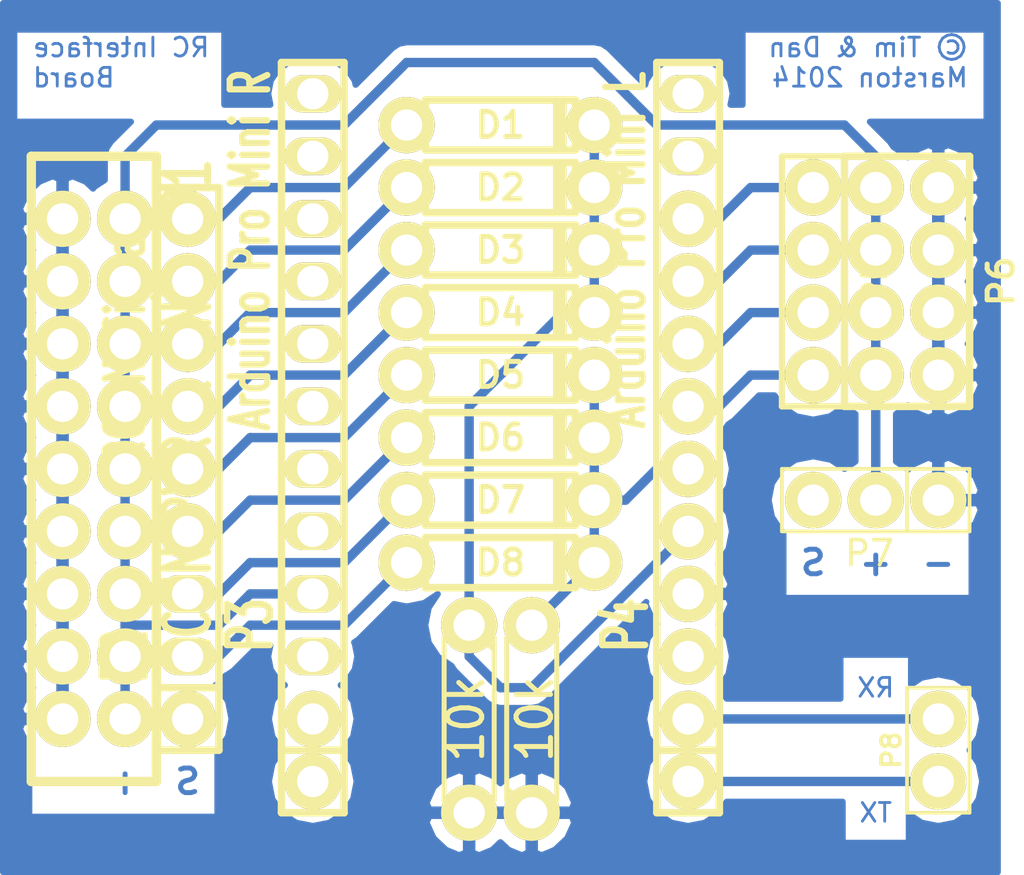
<source format=kicad_pcb>
(kicad_pcb (version 3) (host pcbnew "(2013-jul-07)-stable")

  (general
    (links 54)
    (no_connects 0)
    (area 13.97 13.5636 57.150001 49.530001)
    (thickness 1.6)
    (drawings 10)
    (tracks 159)
    (zones 0)
    (modules 18)
    (nets 19)
  )

  (page A3)
  (layers
    (15 F.Cu signal)
    (0 B.Cu signal)
    (16 B.Adhes user)
    (17 F.Adhes user)
    (18 B.Paste user)
    (19 F.Paste user)
    (20 B.SilkS user)
    (21 F.SilkS user)
    (22 B.Mask user)
    (23 F.Mask user)
    (24 Dwgs.User user)
    (25 Cmts.User user)
    (26 Eco1.User user)
    (27 Eco2.User user)
    (28 Edge.Cuts user)
  )

  (setup
    (last_trace_width 0.381)
    (trace_clearance 0.254)
    (zone_clearance 0.508)
    (zone_45_only no)
    (trace_min 0.254)
    (segment_width 0.2)
    (edge_width 0.15)
    (via_size 0.889)
    (via_drill 0.635)
    (via_min_size 0.889)
    (via_min_drill 0.508)
    (uvia_size 0.508)
    (uvia_drill 0.127)
    (uvias_allowed no)
    (uvia_min_size 0.508)
    (uvia_min_drill 0.127)
    (pcb_text_width 0.3)
    (pcb_text_size 1.5 1.5)
    (mod_edge_width 0.15)
    (mod_text_size 1.5 1.5)
    (mod_text_width 0.15)
    (pad_size 2.286 2.286)
    (pad_drill 1.27)
    (pad_to_mask_clearance 0.2)
    (aux_axis_origin 0 0)
    (visible_elements FFFFFFBF)
    (pcbplotparams
      (layerselection 3178497)
      (usegerberextensions true)
      (excludeedgelayer true)
      (linewidth 0.100000)
      (plotframeref false)
      (viasonmask false)
      (mode 1)
      (useauxorigin false)
      (hpglpennumber 1)
      (hpglpenspeed 20)
      (hpglpendiameter 15)
      (hpglpenoverlay 2)
      (psnegative false)
      (psa4output false)
      (plotreference true)
      (plotvalue true)
      (plotothertext true)
      (plotinvisibletext false)
      (padsonsilk false)
      (subtractmaskfromsilk false)
      (outputformat 1)
      (mirror false)
      (drillshape 0)
      (scaleselection 1)
      (outputdirectory ""))
  )

  (net 0 "")
  (net 1 /GND)
  (net 2 /VCC)
  (net 3 N-000001)
  (net 4 N-0000010)
  (net 5 N-0000011)
  (net 6 N-000002)
  (net 7 N-0000024)
  (net 8 N-0000025)
  (net 9 N-0000026)
  (net 10 N-0000027)
  (net 11 N-0000028)
  (net 12 N-000003)
  (net 13 N-000004)
  (net 14 N-000005)
  (net 15 N-000006)
  (net 16 N-000007)
  (net 17 N-000008)
  (net 18 N-000009)

  (net_class Default "This is the default net class."
    (clearance 0.254)
    (trace_width 0.381)
    (via_dia 0.889)
    (via_drill 0.635)
    (uvia_dia 0.508)
    (uvia_drill 0.127)
    (add_net "")
    (add_net /GND)
    (add_net /VCC)
    (add_net N-000001)
    (add_net N-0000010)
    (add_net N-0000011)
    (add_net N-000002)
    (add_net N-0000024)
    (add_net N-0000025)
    (add_net N-0000026)
    (add_net N-0000027)
    (add_net N-0000028)
    (add_net N-000003)
    (add_net N-000004)
    (add_net N-000005)
    (add_net N-000006)
    (add_net N-000007)
    (add_net N-000008)
    (add_net N-000009)
  )

  (module SIL-12 (layer F.Cu) (tedit 53052B0C) (tstamp 52E2DA43)
    (at 43.18 31.75 90)
    (descr "Connecteur 12 pins")
    (tags "CONN DEV")
    (path /52E29DD9)
    (fp_text reference P4 (at -7.62 -2.54 90) (layer F.SilkS)
      (effects (font (size 1.72974 1.08712) (thickness 0.3048)))
    )
    (fp_text value "Arduino Pro Mini L" (at 7.62 -2.54 90) (layer F.SilkS)
      (effects (font (size 1.524 1.016) (thickness 0.3048)))
    )
    (fp_line (start -15.24 1.27) (end -15.24 1.27) (layer F.SilkS) (width 0.3048))
    (fp_line (start -15.24 1.27) (end -15.24 -1.27) (layer F.SilkS) (width 0.3048))
    (fp_line (start -15.24 -1.27) (end 10.16 -1.27) (layer F.SilkS) (width 0.3048))
    (fp_line (start 10.16 1.27) (end -15.24 1.27) (layer F.SilkS) (width 0.3048))
    (fp_line (start -12.7 1.27) (end -12.7 -1.27) (layer F.SilkS) (width 0.3048))
    (fp_line (start 10.16 -1.27) (end 14.605 -1.27) (layer F.SilkS) (width 0.3048))
    (fp_line (start 14.605 -1.27) (end 15.24 -1.27) (layer F.SilkS) (width 0.3048))
    (fp_line (start 15.24 -1.27) (end 15.24 1.27) (layer F.SilkS) (width 0.3048))
    (fp_line (start 15.24 1.27) (end 10.16 1.27) (layer F.SilkS) (width 0.3048))
    (pad 1 thru_hole oval (at -13.97 0 90) (size 2.286 2.286) (drill 1.27)
      (layers *.Cu *.Mask F.SilkS)
      (net 6 N-000002)
    )
    (pad 2 thru_hole oval (at -11.43 0 90) (size 2.286 2.286) (drill 1.27)
      (layers *.Cu *.Mask F.SilkS)
      (net 3 N-000001)
    )
    (pad 3 thru_hole oval (at -8.89 0 90) (size 2.286 2.286) (drill 1.27)
      (layers *.Cu *.Mask F.SilkS)
    )
    (pad 4 thru_hole oval (at -6.35 0 90) (size 2.286 2.286) (drill 1.27)
      (layers *.Cu *.Mask F.SilkS)
      (net 1 /GND)
    )
    (pad 5 thru_hole oval (at -3.81 0 90) (size 2.286 2.286) (drill 1.27)
      (layers *.Cu *.Mask F.SilkS)
      (net 11 N-0000028)
    )
    (pad 6 thru_hole oval (at -1.27 0 90) (size 2.286 2.286) (drill 1.27)
      (layers *.Cu *.Mask F.SilkS)
      (net 5 N-0000011)
    )
    (pad 7 thru_hole oval (at 1.27 0 90) (size 2.286 2.286) (drill 1.27)
      (layers *.Cu *.Mask F.SilkS)
      (net 10 N-0000027)
    )
    (pad 8 thru_hole oval (at 3.81 0 90) (size 2.286 2.286) (drill 1.27)
      (layers *.Cu *.Mask F.SilkS)
      (net 9 N-0000026)
    )
    (pad 9 thru_hole oval (at 6.35 0 90) (size 2.286 2.286) (drill 1.27)
      (layers *.Cu *.Mask F.SilkS)
      (net 8 N-0000025)
    )
    (pad 10 thru_hole oval (at 8.89 0 90) (size 2.286 2.286) (drill 1.27)
      (layers *.Cu *.Mask F.SilkS)
      (net 7 N-0000024)
    )
    (pad 11 thru_hole oval (at 11.43 0 90) (size 1.524 2.286) (drill 1.27)
      (layers *.Cu *.Mask F.SilkS)
    )
    (pad 12 thru_hole oval (at 13.97 0 90) (size 1.524 2.286) (drill 1.27)
      (layers *.Cu *.Mask F.SilkS)
    )
    (model pin_array\pins_array_12x1.wrl
      (at (xyz 0 0 0))
      (scale (xyz 1 1 1))
      (rotate (xyz 0 0 0))
    )
  )

  (module SIL-12 (layer F.Cu) (tedit 52EBDAF6) (tstamp 52E2DA5C)
    (at 27.94 31.75 90)
    (descr "Connecteur 12 pins")
    (tags "CONN DEV")
    (path /52E29DBD)
    (fp_text reference P3 (at -7.62 -2.54 90) (layer F.SilkS)
      (effects (font (size 1.72974 1.08712) (thickness 0.3048)))
    )
    (fp_text value "Arduino Pro Mini R" (at 7.62 -2.54 90) (layer F.SilkS)
      (effects (font (size 1.524 1.016) (thickness 0.3048)))
    )
    (fp_line (start -15.24 1.27) (end -15.24 1.27) (layer F.SilkS) (width 0.3048))
    (fp_line (start -15.24 1.27) (end -15.24 -1.27) (layer F.SilkS) (width 0.3048))
    (fp_line (start -15.24 -1.27) (end 10.16 -1.27) (layer F.SilkS) (width 0.3048))
    (fp_line (start 10.16 1.27) (end -15.24 1.27) (layer F.SilkS) (width 0.3048))
    (fp_line (start -12.7 1.27) (end -12.7 -1.27) (layer F.SilkS) (width 0.3048))
    (fp_line (start 10.16 -1.27) (end 14.605 -1.27) (layer F.SilkS) (width 0.3048))
    (fp_line (start 14.605 -1.27) (end 15.24 -1.27) (layer F.SilkS) (width 0.3048))
    (fp_line (start 15.24 -1.27) (end 15.24 1.27) (layer F.SilkS) (width 0.3048))
    (fp_line (start 15.24 1.27) (end 10.16 1.27) (layer F.SilkS) (width 0.3048))
    (pad 1 thru_hole oval (at -13.97 0 90) (size 2.286 2.286) (drill 1.27)
      (layers *.Cu *.Mask F.SilkS)
    )
    (pad 2 thru_hole oval (at -11.43 0 90) (size 2.286 2.286) (drill 1.27)
      (layers *.Cu *.Mask F.SilkS)
    )
    (pad 3 thru_hole oval (at -8.89 0 90) (size 1.524 2.286) (drill 1.27)
      (layers *.Cu *.Mask F.SilkS)
    )
    (pad 4 thru_hole oval (at -6.35 0 90) (size 1.524 2.286) (drill 1.27)
      (layers *.Cu *.Mask F.SilkS)
      (net 2 /VCC)
    )
    (pad 5 thru_hole oval (at -3.81 0 90) (size 1.524 2.286) (drill 1.27)
      (layers *.Cu *.Mask F.SilkS)
    )
    (pad 6 thru_hole oval (at -1.27 0 90) (size 1.524 2.286) (drill 1.27)
      (layers *.Cu *.Mask F.SilkS)
    )
    (pad 7 thru_hole oval (at 1.27 0 90) (size 1.524 2.286) (drill 1.27)
      (layers *.Cu *.Mask F.SilkS)
    )
    (pad 8 thru_hole oval (at 3.81 0 90) (size 1.524 2.286) (drill 1.27)
      (layers *.Cu *.Mask F.SilkS)
    )
    (pad 9 thru_hole oval (at 6.35 0 90) (size 1.524 2.286) (drill 1.27)
      (layers *.Cu *.Mask F.SilkS)
    )
    (pad 10 thru_hole oval (at 8.89 0 90) (size 1.524 2.286) (drill 1.27)
      (layers *.Cu *.Mask F.SilkS)
    )
    (pad 11 thru_hole oval (at 11.43 0 90) (size 1.524 2.286) (drill 1.27)
      (layers *.Cu *.Mask F.SilkS)
    )
    (pad 12 thru_hole oval (at 13.97 0 90) (size 1.524 2.286) (drill 1.27)
      (layers *.Cu *.Mask F.SilkS)
    )
    (model pin_array\pins_array_12x1.wrl
      (at (xyz 0 0 0))
      (scale (xyz 1 1 1))
      (rotate (xyz 0 0 0))
    )
  )

  (module R3 (layer F.Cu) (tedit 52EBDD18) (tstamp 52E2DA6A)
    (at 36.83 43.18 90)
    (descr "Resitance 3 pas")
    (tags R)
    (path /52E1B561)
    (autoplace_cost180 10)
    (fp_text reference R1 (at 0 0.127 90) (layer F.SilkS) hide
      (effects (font (size 1.397 1.27) (thickness 0.2032)))
    )
    (fp_text value 10k (at 0 0.127 90) (layer F.SilkS)
      (effects (font (size 1.397 1.27) (thickness 0.2032)))
    )
    (fp_line (start -3.81 0) (end -3.302 0) (layer F.SilkS) (width 0.2032))
    (fp_line (start 3.81 0) (end 3.302 0) (layer F.SilkS) (width 0.2032))
    (fp_line (start 3.302 0) (end 3.302 -1.016) (layer F.SilkS) (width 0.2032))
    (fp_line (start 3.302 -1.016) (end -3.302 -1.016) (layer F.SilkS) (width 0.2032))
    (fp_line (start -3.302 -1.016) (end -3.302 1.016) (layer F.SilkS) (width 0.2032))
    (fp_line (start -3.302 1.016) (end 3.302 1.016) (layer F.SilkS) (width 0.2032))
    (fp_line (start 3.302 1.016) (end 3.302 0) (layer F.SilkS) (width 0.2032))
    (fp_line (start -3.302 -0.508) (end -2.794 -1.016) (layer F.SilkS) (width 0.2032))
    (pad 1 thru_hole oval (at -3.81 0 90) (size 2.286 2.286) (drill 1.27)
      (layers *.Cu *.Mask F.SilkS)
      (net 1 /GND)
    )
    (pad 2 thru_hole oval (at 3.81 0 90) (size 2.286 2.286) (drill 1.27)
      (layers *.Cu *.Mask F.SilkS)
      (net 5 N-0000011)
    )
    (model discret/resistor.wrl
      (at (xyz 0 0 0))
      (scale (xyz 0.3 0.3 0.3))
      (rotate (xyz 0 0 0))
    )
  )

  (module R3 (layer F.Cu) (tedit 52EBDD12) (tstamp 52E2DA78)
    (at 34.29 43.18 270)
    (descr "Resitance 3 pas")
    (tags R)
    (path /52E29751)
    (autoplace_cost180 10)
    (fp_text reference R2 (at 0 0.127 270) (layer F.SilkS) hide
      (effects (font (size 1.397 1.27) (thickness 0.2032)))
    )
    (fp_text value 10k (at 0 0.127 270) (layer F.SilkS)
      (effects (font (size 1.397 1.27) (thickness 0.2032)))
    )
    (fp_line (start -3.81 0) (end -3.302 0) (layer F.SilkS) (width 0.2032))
    (fp_line (start 3.81 0) (end 3.302 0) (layer F.SilkS) (width 0.2032))
    (fp_line (start 3.302 0) (end 3.302 -1.016) (layer F.SilkS) (width 0.2032))
    (fp_line (start 3.302 -1.016) (end -3.302 -1.016) (layer F.SilkS) (width 0.2032))
    (fp_line (start -3.302 -1.016) (end -3.302 1.016) (layer F.SilkS) (width 0.2032))
    (fp_line (start -3.302 1.016) (end 3.302 1.016) (layer F.SilkS) (width 0.2032))
    (fp_line (start 3.302 1.016) (end 3.302 0) (layer F.SilkS) (width 0.2032))
    (fp_line (start -3.302 -0.508) (end -2.794 -1.016) (layer F.SilkS) (width 0.2032))
    (pad 1 thru_hole oval (at -3.81 0 270) (size 2.286 2.286) (drill 1.27)
      (layers *.Cu *.Mask F.SilkS)
      (net 11 N-0000028)
    )
    (pad 2 thru_hole oval (at 3.81 0 270) (size 2.286 2.286) (drill 1.27)
      (layers *.Cu *.Mask F.SilkS)
      (net 1 /GND)
    )
    (model discret/resistor.wrl
      (at (xyz 0 0 0))
      (scale (xyz 0.3 0.3 0.3))
      (rotate (xyz 0 0 0))
    )
  )

  (module pin_array_4x2 (layer F.Cu) (tedit 52EBE04A) (tstamp 52E33739)
    (at 52.07 25.4 270)
    (descr "Double rangee de contacts 2 x 4 pins")
    (tags CONN)
    (path /52E2A587)
    (fp_text reference P6 (at 0 -3.81 270) (layer F.SilkS)
      (effects (font (size 1.016 1.016) (thickness 0.2032)))
    )
    (fp_text value "ESC P & G" (at 0 3.81 270) (layer F.SilkS) hide
      (effects (font (size 1.016 1.016) (thickness 0.2032)))
    )
    (fp_line (start -5.08 -2.54) (end 5.08 -2.54) (layer F.SilkS) (width 0.3048))
    (fp_line (start 5.08 -2.54) (end 5.08 2.54) (layer F.SilkS) (width 0.3048))
    (fp_line (start 5.08 2.54) (end -5.08 2.54) (layer F.SilkS) (width 0.3048))
    (fp_line (start -5.08 2.54) (end -5.08 -2.54) (layer F.SilkS) (width 0.3048))
    (pad 1 thru_hole oval (at -3.81 1.27 270) (size 2.286 2.286) (drill 1.27)
      (layers *.Cu *.Mask F.SilkS)
      (net 2 /VCC)
    )
    (pad 2 thru_hole oval (at -3.81 -1.27 270) (size 2.286 2.286) (drill 1.27)
      (layers *.Cu *.Mask F.SilkS)
      (net 1 /GND)
    )
    (pad 3 thru_hole oval (at -1.27 1.27 270) (size 2.286 2.286) (drill 1.27)
      (layers *.Cu *.Mask F.SilkS)
      (net 2 /VCC)
    )
    (pad 4 thru_hole oval (at -1.27 -1.27 270) (size 2.286 2.286) (drill 1.27)
      (layers *.Cu *.Mask F.SilkS)
      (net 1 /GND)
    )
    (pad 5 thru_hole oval (at 1.27 1.27 270) (size 2.286 2.286) (drill 1.27)
      (layers *.Cu *.Mask F.SilkS)
      (net 2 /VCC)
    )
    (pad 6 thru_hole oval (at 1.27 -1.27 270) (size 2.286 2.286) (drill 1.27)
      (layers *.Cu *.Mask F.SilkS)
      (net 1 /GND)
    )
    (pad 7 thru_hole oval (at 3.81 1.27 270) (size 2.286 2.286) (drill 1.27)
      (layers *.Cu *.Mask F.SilkS)
      (net 2 /VCC)
    )
    (pad 8 thru_hole oval (at 3.81 -1.27 270) (size 2.286 2.286) (drill 1.27)
      (layers *.Cu *.Mask F.SilkS)
      (net 1 /GND)
    )
    (model pin_array/pins_array_4x2.wrl
      (at (xyz 0 0 0))
      (scale (xyz 1 1 1))
      (rotate (xyz 0 0 0))
    )
  )

  (module PIN_ARRAY_4x1 (layer F.Cu) (tedit 52EBE029) (tstamp 52E54752)
    (at 48.26 25.4 270)
    (descr "Double rangee de contacts 2 x 5 pins")
    (tags CONN)
    (path /52E2A5A1)
    (fp_text reference P5 (at 0 -2.54 270) (layer F.SilkS)
      (effects (font (size 1.016 1.016) (thickness 0.2032)))
    )
    (fp_text value "ESC Sig" (at 0 2.54 270) (layer F.SilkS) hide
      (effects (font (size 1.016 1.016) (thickness 0.2032)))
    )
    (fp_line (start 5.08 1.27) (end -5.08 1.27) (layer F.SilkS) (width 0.254))
    (fp_line (start 5.08 -1.27) (end -5.08 -1.27) (layer F.SilkS) (width 0.254))
    (fp_line (start -5.08 -1.27) (end -5.08 1.27) (layer F.SilkS) (width 0.254))
    (fp_line (start 5.08 1.27) (end 5.08 -1.27) (layer F.SilkS) (width 0.254))
    (pad 1 thru_hole oval (at -3.81 0 270) (size 2.286 2.286) (drill 1.27)
      (layers *.Cu *.Mask F.SilkS)
      (net 7 N-0000024)
    )
    (pad 2 thru_hole oval (at -1.27 0 270) (size 2.286 2.286) (drill 1.27)
      (layers *.Cu *.Mask F.SilkS)
      (net 8 N-0000025)
    )
    (pad 3 thru_hole oval (at 1.27 0 270) (size 2.286 2.286) (drill 1.27)
      (layers *.Cu *.Mask F.SilkS)
      (net 9 N-0000026)
    )
    (pad 4 thru_hole oval (at 3.81 0 270) (size 2.286 2.286) (drill 1.27)
      (layers *.Cu *.Mask F.SilkS)
      (net 10 N-0000027)
    )
    (model pin_array\pins_array_4x1.wrl
      (at (xyz 0 0 0))
      (scale (xyz 1 1 1))
      (rotate (xyz 0 0 0))
    )
  )

  (module PIN_ARRAY_3X1 (layer F.Cu) (tedit 52EBE019) (tstamp 52E2DAA0)
    (at 50.8 34.29 180)
    (descr "Connecteur 3 pins")
    (tags "CONN DEV")
    (path /52E2A5C2)
    (fp_text reference P7 (at 0.254 -2.159 180) (layer F.SilkS)
      (effects (font (size 1.016 1.016) (thickness 0.1524)))
    )
    (fp_text value PWR (at 0 -2.159 180) (layer F.SilkS) hide
      (effects (font (size 1.016 1.016) (thickness 0.1524)))
    )
    (fp_line (start -3.81 1.27) (end -3.81 -1.27) (layer F.SilkS) (width 0.1524))
    (fp_line (start -3.81 -1.27) (end 3.81 -1.27) (layer F.SilkS) (width 0.1524))
    (fp_line (start 3.81 -1.27) (end 3.81 1.27) (layer F.SilkS) (width 0.1524))
    (fp_line (start 3.81 1.27) (end -3.81 1.27) (layer F.SilkS) (width 0.1524))
    (fp_line (start -1.27 -1.27) (end -1.27 1.27) (layer F.SilkS) (width 0.1524))
    (pad 1 thru_hole oval (at -2.54 0 180) (size 2.286 2.286) (drill 1.27)
      (layers *.Cu *.Mask F.SilkS)
      (net 1 /GND)
    )
    (pad 2 thru_hole oval (at 0 0 180) (size 2.286 2.286) (drill 1.27)
      (layers *.Cu *.Mask F.SilkS)
      (net 2 /VCC)
    )
    (pad 3 thru_hole oval (at 2.54 0 180) (size 2.286 2.286) (drill 1.27)
      (layers *.Cu *.Mask F.SilkS)
    )
    (model pin_array/pins_array_3x1.wrl
      (at (xyz 0 0 0))
      (scale (xyz 1 1 1))
      (rotate (xyz 0 0 0))
    )
  )

  (module PIN_ARRAY_2X1 (layer F.Cu) (tedit 52EBE00A) (tstamp 52E2DAAA)
    (at 53.34 44.45 90)
    (descr "Connecteurs 2 pins")
    (tags "CONN DEV")
    (path /52E2ADAB)
    (fp_text reference P8 (at 0 -1.905 90) (layer F.SilkS)
      (effects (font (size 0.762 0.762) (thickness 0.1524)))
    )
    (fp_text value Serial (at 0 -1.905 90) (layer F.SilkS) hide
      (effects (font (size 0.762 0.762) (thickness 0.1524)))
    )
    (fp_line (start -2.54 1.27) (end -2.54 -1.27) (layer F.SilkS) (width 0.1524))
    (fp_line (start -2.54 -1.27) (end 2.54 -1.27) (layer F.SilkS) (width 0.1524))
    (fp_line (start 2.54 -1.27) (end 2.54 1.27) (layer F.SilkS) (width 0.1524))
    (fp_line (start 2.54 1.27) (end -2.54 1.27) (layer F.SilkS) (width 0.1524))
    (pad 1 thru_hole oval (at -1.27 0 90) (size 2.286 2.286) (drill 1.27)
      (layers *.Cu *.Mask F.SilkS)
      (net 6 N-000002)
    )
    (pad 2 thru_hole oval (at 1.27 0 90) (size 2.286 2.286) (drill 1.27)
      (layers *.Cu *.Mask F.SilkS)
      (net 3 N-000001)
    )
    (model pin_array/pins_array_2x1.wrl
      (at (xyz 0 0 0))
      (scale (xyz 1 1 1))
      (rotate (xyz 0 0 0))
    )
  )

  (module D3 (layer F.Cu) (tedit 52EBDFB8) (tstamp 52E659FE)
    (at 35.56 31.75)
    (descr "Diode 3 pas")
    (tags "DIODE DEV")
    (path /52E2998E)
    (fp_text reference D6 (at 0 0) (layer F.SilkS)
      (effects (font (size 1.016 1.016) (thickness 0.2032)))
    )
    (fp_text value DIODE (at 0 0) (layer F.SilkS) hide
      (effects (font (size 1.016 1.016) (thickness 0.2032)))
    )
    (fp_line (start 3.81 0) (end 3.048 0) (layer F.SilkS) (width 0.3048))
    (fp_line (start 3.048 0) (end 3.048 -1.016) (layer F.SilkS) (width 0.3048))
    (fp_line (start 3.048 -1.016) (end -3.048 -1.016) (layer F.SilkS) (width 0.3048))
    (fp_line (start -3.048 -1.016) (end -3.048 0) (layer F.SilkS) (width 0.3048))
    (fp_line (start -3.048 0) (end -3.81 0) (layer F.SilkS) (width 0.3048))
    (fp_line (start -3.048 0) (end -3.048 1.016) (layer F.SilkS) (width 0.3048))
    (fp_line (start -3.048 1.016) (end 3.048 1.016) (layer F.SilkS) (width 0.3048))
    (fp_line (start 3.048 1.016) (end 3.048 0) (layer F.SilkS) (width 0.3048))
    (fp_line (start 2.54 -1.016) (end 2.54 1.016) (layer F.SilkS) (width 0.3048))
    (fp_line (start 2.286 1.016) (end 2.286 -1.016) (layer F.SilkS) (width 0.3048))
    (pad 2 thru_hole oval (at 3.81 0) (size 2.286 2.286) (drill 1.27)
      (layers *.Cu *.Mask F.SilkS)
      (net 5 N-0000011)
    )
    (pad 1 thru_hole oval (at -3.81 0) (size 2.286 2.286) (drill 1.27)
      (layers *.Cu *.Mask F.SilkS)
      (net 17 N-000008)
    )
    (model discret/diode.wrl
      (at (xyz 0 0 0))
      (scale (xyz 0.3 0.3 0.3))
      (rotate (xyz 0 0 0))
    )
  )

  (module D3 (layer F.Cu) (tedit 52EBDFBC) (tstamp 52E659ED)
    (at 35.56 34.29)
    (descr "Diode 3 pas")
    (tags "DIODE DEV")
    (path /52E2999D)
    (fp_text reference D7 (at 0 0) (layer F.SilkS)
      (effects (font (size 1.016 1.016) (thickness 0.2032)))
    )
    (fp_text value DIODE (at 0 0) (layer F.SilkS) hide
      (effects (font (size 1.016 1.016) (thickness 0.2032)))
    )
    (fp_line (start 3.81 0) (end 3.048 0) (layer F.SilkS) (width 0.3048))
    (fp_line (start 3.048 0) (end 3.048 -1.016) (layer F.SilkS) (width 0.3048))
    (fp_line (start 3.048 -1.016) (end -3.048 -1.016) (layer F.SilkS) (width 0.3048))
    (fp_line (start -3.048 -1.016) (end -3.048 0) (layer F.SilkS) (width 0.3048))
    (fp_line (start -3.048 0) (end -3.81 0) (layer F.SilkS) (width 0.3048))
    (fp_line (start -3.048 0) (end -3.048 1.016) (layer F.SilkS) (width 0.3048))
    (fp_line (start -3.048 1.016) (end 3.048 1.016) (layer F.SilkS) (width 0.3048))
    (fp_line (start 3.048 1.016) (end 3.048 0) (layer F.SilkS) (width 0.3048))
    (fp_line (start 2.54 -1.016) (end 2.54 1.016) (layer F.SilkS) (width 0.3048))
    (fp_line (start 2.286 1.016) (end 2.286 -1.016) (layer F.SilkS) (width 0.3048))
    (pad 2 thru_hole oval (at 3.81 0) (size 2.286 2.286) (drill 1.27)
      (layers *.Cu *.Mask F.SilkS)
      (net 5 N-0000011)
    )
    (pad 1 thru_hole oval (at -3.81 0) (size 2.286 2.286) (drill 1.27)
      (layers *.Cu *.Mask F.SilkS)
      (net 18 N-000009)
    )
    (model discret/diode.wrl
      (at (xyz 0 0 0))
      (scale (xyz 0.3 0.3 0.3))
      (rotate (xyz 0 0 0))
    )
  )

  (module D3 (layer F.Cu) (tedit 52EBDF31) (tstamp 52E659DC)
    (at 35.56 36.83)
    (descr "Diode 3 pas")
    (tags "DIODE DEV")
    (path /52E299AC)
    (fp_text reference D8 (at 0 0) (layer F.SilkS)
      (effects (font (size 1.016 1.016) (thickness 0.2032)))
    )
    (fp_text value DIODE (at 0 0) (layer F.SilkS) hide
      (effects (font (size 1.016 1.016) (thickness 0.2032)))
    )
    (fp_line (start 3.81 0) (end 3.048 0) (layer F.SilkS) (width 0.3048))
    (fp_line (start 3.048 0) (end 3.048 -1.016) (layer F.SilkS) (width 0.3048))
    (fp_line (start 3.048 -1.016) (end -3.048 -1.016) (layer F.SilkS) (width 0.3048))
    (fp_line (start -3.048 -1.016) (end -3.048 0) (layer F.SilkS) (width 0.3048))
    (fp_line (start -3.048 0) (end -3.81 0) (layer F.SilkS) (width 0.3048))
    (fp_line (start -3.048 0) (end -3.048 1.016) (layer F.SilkS) (width 0.3048))
    (fp_line (start -3.048 1.016) (end 3.048 1.016) (layer F.SilkS) (width 0.3048))
    (fp_line (start 3.048 1.016) (end 3.048 0) (layer F.SilkS) (width 0.3048))
    (fp_line (start 2.54 -1.016) (end 2.54 1.016) (layer F.SilkS) (width 0.3048))
    (fp_line (start 2.286 1.016) (end 2.286 -1.016) (layer F.SilkS) (width 0.3048))
    (pad 2 thru_hole oval (at 3.81 0) (size 2.286 2.286) (drill 1.27)
      (layers *.Cu *.Mask F.SilkS)
      (net 5 N-0000011)
    )
    (pad 1 thru_hole oval (at -3.81 0) (size 2.286 2.286) (drill 1.27)
      (layers *.Cu *.Mask F.SilkS)
      (net 4 N-0000010)
    )
    (model discret/diode.wrl
      (at (xyz 0 0 0))
      (scale (xyz 0.3 0.3 0.3))
      (rotate (xyz 0 0 0))
    )
  )

  (module D3 (layer F.Cu) (tedit 52EBDFB3) (tstamp 52E65A0F)
    (at 35.56 29.21)
    (descr "Diode 3 pas")
    (tags "DIODE DEV")
    (path /52E2997F)
    (fp_text reference D5 (at 0 0) (layer F.SilkS)
      (effects (font (size 1.016 1.016) (thickness 0.2032)))
    )
    (fp_text value DIODE (at 0 0) (layer F.SilkS) hide
      (effects (font (size 1.016 1.016) (thickness 0.2032)))
    )
    (fp_line (start 3.81 0) (end 3.048 0) (layer F.SilkS) (width 0.3048))
    (fp_line (start 3.048 0) (end 3.048 -1.016) (layer F.SilkS) (width 0.3048))
    (fp_line (start 3.048 -1.016) (end -3.048 -1.016) (layer F.SilkS) (width 0.3048))
    (fp_line (start -3.048 -1.016) (end -3.048 0) (layer F.SilkS) (width 0.3048))
    (fp_line (start -3.048 0) (end -3.81 0) (layer F.SilkS) (width 0.3048))
    (fp_line (start -3.048 0) (end -3.048 1.016) (layer F.SilkS) (width 0.3048))
    (fp_line (start -3.048 1.016) (end 3.048 1.016) (layer F.SilkS) (width 0.3048))
    (fp_line (start 3.048 1.016) (end 3.048 0) (layer F.SilkS) (width 0.3048))
    (fp_line (start 2.54 -1.016) (end 2.54 1.016) (layer F.SilkS) (width 0.3048))
    (fp_line (start 2.286 1.016) (end 2.286 -1.016) (layer F.SilkS) (width 0.3048))
    (pad 2 thru_hole oval (at 3.81 0) (size 2.286 2.286) (drill 1.27)
      (layers *.Cu *.Mask F.SilkS)
      (net 5 N-0000011)
    )
    (pad 1 thru_hole oval (at -3.81 0) (size 2.286 2.286) (drill 1.27)
      (layers *.Cu *.Mask F.SilkS)
      (net 16 N-000007)
    )
    (model discret/diode.wrl
      (at (xyz 0 0 0))
      (scale (xyz 0.3 0.3 0.3))
      (rotate (xyz 0 0 0))
    )
  )

  (module D3 (layer F.Cu) (tedit 52EBDFA5) (tstamp 52E65A31)
    (at 35.56 24.13)
    (descr "Diode 3 pas")
    (tags "DIODE DEV")
    (path /52E29970)
    (fp_text reference D3 (at 0 0) (layer F.SilkS)
      (effects (font (size 1.016 1.016) (thickness 0.2032)))
    )
    (fp_text value DIODE (at 0 0) (layer F.SilkS) hide
      (effects (font (size 1.016 1.016) (thickness 0.2032)))
    )
    (fp_line (start 3.81 0) (end 3.048 0) (layer F.SilkS) (width 0.3048))
    (fp_line (start 3.048 0) (end 3.048 -1.016) (layer F.SilkS) (width 0.3048))
    (fp_line (start 3.048 -1.016) (end -3.048 -1.016) (layer F.SilkS) (width 0.3048))
    (fp_line (start -3.048 -1.016) (end -3.048 0) (layer F.SilkS) (width 0.3048))
    (fp_line (start -3.048 0) (end -3.81 0) (layer F.SilkS) (width 0.3048))
    (fp_line (start -3.048 0) (end -3.048 1.016) (layer F.SilkS) (width 0.3048))
    (fp_line (start -3.048 1.016) (end 3.048 1.016) (layer F.SilkS) (width 0.3048))
    (fp_line (start 3.048 1.016) (end 3.048 0) (layer F.SilkS) (width 0.3048))
    (fp_line (start 2.54 -1.016) (end 2.54 1.016) (layer F.SilkS) (width 0.3048))
    (fp_line (start 2.286 1.016) (end 2.286 -1.016) (layer F.SilkS) (width 0.3048))
    (pad 2 thru_hole oval (at 3.81 0) (size 2.286 2.286) (drill 1.27)
      (layers *.Cu *.Mask F.SilkS)
      (net 11 N-0000028)
    )
    (pad 1 thru_hole oval (at -3.81 0) (size 2.286 2.286) (drill 1.27)
      (layers *.Cu *.Mask F.SilkS)
      (net 14 N-000005)
    )
    (model discret/diode.wrl
      (at (xyz 0 0 0))
      (scale (xyz 0.3 0.3 0.3))
      (rotate (xyz 0 0 0))
    )
  )

  (module D3 (layer F.Cu) (tedit 52EBDFA0) (tstamp 52E65A42)
    (at 35.56 21.59)
    (descr "Diode 3 pas")
    (tags "DIODE DEV")
    (path /52E29961)
    (fp_text reference D2 (at 0 0) (layer F.SilkS)
      (effects (font (size 1.016 1.016) (thickness 0.2032)))
    )
    (fp_text value DIODE (at 0 0) (layer F.SilkS) hide
      (effects (font (size 1.016 1.016) (thickness 0.2032)))
    )
    (fp_line (start 3.81 0) (end 3.048 0) (layer F.SilkS) (width 0.3048))
    (fp_line (start 3.048 0) (end 3.048 -1.016) (layer F.SilkS) (width 0.3048))
    (fp_line (start 3.048 -1.016) (end -3.048 -1.016) (layer F.SilkS) (width 0.3048))
    (fp_line (start -3.048 -1.016) (end -3.048 0) (layer F.SilkS) (width 0.3048))
    (fp_line (start -3.048 0) (end -3.81 0) (layer F.SilkS) (width 0.3048))
    (fp_line (start -3.048 0) (end -3.048 1.016) (layer F.SilkS) (width 0.3048))
    (fp_line (start -3.048 1.016) (end 3.048 1.016) (layer F.SilkS) (width 0.3048))
    (fp_line (start 3.048 1.016) (end 3.048 0) (layer F.SilkS) (width 0.3048))
    (fp_line (start 2.54 -1.016) (end 2.54 1.016) (layer F.SilkS) (width 0.3048))
    (fp_line (start 2.286 1.016) (end 2.286 -1.016) (layer F.SilkS) (width 0.3048))
    (pad 2 thru_hole oval (at 3.81 0) (size 2.286 2.286) (drill 1.27)
      (layers *.Cu *.Mask F.SilkS)
      (net 11 N-0000028)
    )
    (pad 1 thru_hole oval (at -3.81 0) (size 2.286 2.286) (drill 1.27)
      (layers *.Cu *.Mask F.SilkS)
      (net 13 N-000004)
    )
    (model discret/diode.wrl
      (at (xyz 0 0 0))
      (scale (xyz 0.3 0.3 0.3))
      (rotate (xyz 0 0 0))
    )
  )

  (module D3 (layer F.Cu) (tedit 52EBDFAA) (tstamp 52E65A20)
    (at 35.56 26.67)
    (descr "Diode 3 pas")
    (tags "DIODE DEV")
    (path /52E29952)
    (fp_text reference D4 (at 0 0) (layer F.SilkS)
      (effects (font (size 1.016 1.016) (thickness 0.2032)))
    )
    (fp_text value DIODE (at 0 0) (layer F.SilkS) hide
      (effects (font (size 1.016 1.016) (thickness 0.2032)))
    )
    (fp_line (start 3.81 0) (end 3.048 0) (layer F.SilkS) (width 0.3048))
    (fp_line (start 3.048 0) (end 3.048 -1.016) (layer F.SilkS) (width 0.3048))
    (fp_line (start 3.048 -1.016) (end -3.048 -1.016) (layer F.SilkS) (width 0.3048))
    (fp_line (start -3.048 -1.016) (end -3.048 0) (layer F.SilkS) (width 0.3048))
    (fp_line (start -3.048 0) (end -3.81 0) (layer F.SilkS) (width 0.3048))
    (fp_line (start -3.048 0) (end -3.048 1.016) (layer F.SilkS) (width 0.3048))
    (fp_line (start -3.048 1.016) (end 3.048 1.016) (layer F.SilkS) (width 0.3048))
    (fp_line (start 3.048 1.016) (end 3.048 0) (layer F.SilkS) (width 0.3048))
    (fp_line (start 2.54 -1.016) (end 2.54 1.016) (layer F.SilkS) (width 0.3048))
    (fp_line (start 2.286 1.016) (end 2.286 -1.016) (layer F.SilkS) (width 0.3048))
    (pad 2 thru_hole oval (at 3.81 0) (size 2.286 2.286) (drill 1.27)
      (layers *.Cu *.Mask F.SilkS)
      (net 11 N-0000028)
    )
    (pad 1 thru_hole oval (at -3.81 0) (size 2.286 2.286) (drill 1.27)
      (layers *.Cu *.Mask F.SilkS)
      (net 15 N-000006)
    )
    (model discret/diode.wrl
      (at (xyz 0 0 0))
      (scale (xyz 0.3 0.3 0.3))
      (rotate (xyz 0 0 0))
    )
  )

  (module D3 (layer F.Cu) (tedit 52EBDF9A) (tstamp 52E65A53)
    (at 35.56 19.05)
    (descr "Diode 3 pas")
    (tags "DIODE DEV")
    (path /52E2976C)
    (fp_text reference D1 (at 0 0) (layer F.SilkS)
      (effects (font (size 1.016 1.016) (thickness 0.2032)))
    )
    (fp_text value DIODE (at 0 0) (layer F.SilkS) hide
      (effects (font (size 1.016 1.016) (thickness 0.2032)))
    )
    (fp_line (start 3.81 0) (end 3.048 0) (layer F.SilkS) (width 0.3048))
    (fp_line (start 3.048 0) (end 3.048 -1.016) (layer F.SilkS) (width 0.3048))
    (fp_line (start 3.048 -1.016) (end -3.048 -1.016) (layer F.SilkS) (width 0.3048))
    (fp_line (start -3.048 -1.016) (end -3.048 0) (layer F.SilkS) (width 0.3048))
    (fp_line (start -3.048 0) (end -3.81 0) (layer F.SilkS) (width 0.3048))
    (fp_line (start -3.048 0) (end -3.048 1.016) (layer F.SilkS) (width 0.3048))
    (fp_line (start -3.048 1.016) (end 3.048 1.016) (layer F.SilkS) (width 0.3048))
    (fp_line (start 3.048 1.016) (end 3.048 0) (layer F.SilkS) (width 0.3048))
    (fp_line (start 2.54 -1.016) (end 2.54 1.016) (layer F.SilkS) (width 0.3048))
    (fp_line (start 2.286 1.016) (end 2.286 -1.016) (layer F.SilkS) (width 0.3048))
    (pad 2 thru_hole oval (at 3.81 0) (size 2.286 2.286) (drill 1.27)
      (layers *.Cu *.Mask F.SilkS)
      (net 11 N-0000028)
    )
    (pad 1 thru_hole oval (at -3.81 0) (size 2.286 2.286) (drill 1.27)
      (layers *.Cu *.Mask F.SilkS)
      (net 12 N-000003)
    )
    (model discret/diode.wrl
      (at (xyz 0 0 0))
      (scale (xyz 0.3 0.3 0.3))
      (rotate (xyz 0 0 0))
    )
  )

  (module 9X2 (layer F.Cu) (tedit 52EBDCE8) (tstamp 52EBDBD6)
    (at 16.51 33.02 270)
    (descr "18 pins DIL package, elliptical pads")
    (path /52E1B645)
    (fp_text reference P1 (at -11.43 -6.35 270) (layer F.SilkS)
      (effects (font (size 1.778 1.143) (thickness 0.3048)))
    )
    (fp_text value "RC IN PWR & GND" (at 0 -6.35 270) (layer F.SilkS)
      (effects (font (size 1.778 1.143) (thickness 0.3048)))
    )
    (fp_line (start -12.7 -5.08) (end -12.7 0) (layer F.SilkS) (width 0.381))
    (fp_line (start -12.7 -5.08) (end 12.7 -5.08) (layer F.SilkS) (width 0.381))
    (fp_line (start 12.7 -5.08) (end 12.7 0) (layer F.SilkS) (width 0.381))
    (fp_line (start 12.7 0) (end -12.7 0) (layer F.SilkS) (width 0.381))
    (pad 1 thru_hole oval (at -10.16 -1.27 270) (size 2.286 2.286) (drill 1.27)
      (layers *.Cu *.Mask F.SilkS)
      (net 1 /GND)
    )
    (pad 2 thru_hole oval (at -7.62 -3.81 270) (size 2.286 2.286) (drill 1.27)
      (layers *.Cu *.Mask F.SilkS)
      (net 2 /VCC)
    )
    (pad 3 thru_hole oval (at -5.08 -1.27 270) (size 2.286 2.286) (drill 1.27)
      (layers *.Cu *.Mask F.SilkS)
      (net 1 /GND)
    )
    (pad 4 thru_hole oval (at -2.54 -3.81 270) (size 2.286 2.286) (drill 1.27)
      (layers *.Cu *.Mask F.SilkS)
      (net 2 /VCC)
    )
    (pad 5 thru_hole oval (at 0 -1.27 270) (size 2.286 2.286) (drill 1.27)
      (layers *.Cu *.Mask F.SilkS)
      (net 1 /GND)
    )
    (pad 6 thru_hole oval (at 2.54 -3.81 270) (size 2.286 2.286) (drill 1.27)
      (layers *.Cu *.Mask F.SilkS)
      (net 2 /VCC)
    )
    (pad 7 thru_hole oval (at 5.08 -1.27 270) (size 2.286 2.286) (drill 1.27)
      (layers *.Cu *.Mask F.SilkS)
      (net 1 /GND)
    )
    (pad 8 thru_hole oval (at 7.62 -3.81 270) (size 2.286 2.286) (drill 1.27)
      (layers *.Cu *.Mask F.SilkS)
      (net 2 /VCC)
    )
    (pad 9 thru_hole oval (at 10.16 -1.27 270) (size 2.286 2.286) (drill 1.27)
      (layers *.Cu *.Mask F.SilkS)
      (net 1 /GND)
    )
    (pad 10 thru_hole oval (at 10.16 -3.81 270) (size 2.286 2.286) (drill 1.27)
      (layers *.Cu *.Mask F.SilkS)
      (net 2 /VCC)
    )
    (pad 11 thru_hole oval (at 7.62 -1.27 270) (size 2.286 2.286) (drill 1.27)
      (layers *.Cu *.Mask F.SilkS)
      (net 1 /GND)
    )
    (pad 12 thru_hole oval (at 5.08 -3.81 270) (size 2.286 2.286) (drill 1.27)
      (layers *.Cu *.Mask F.SilkS)
      (net 2 /VCC)
    )
    (pad 13 thru_hole oval (at 2.54 -1.27 270) (size 2.286 2.286) (drill 1.27)
      (layers *.Cu *.Mask F.SilkS)
      (net 1 /GND)
    )
    (pad 14 thru_hole oval (at 0 -3.81 270) (size 2.286 2.286) (drill 1.27)
      (layers *.Cu *.Mask F.SilkS)
      (net 2 /VCC)
    )
    (pad 15 thru_hole oval (at -2.54 -1.27 270) (size 2.286 2.286) (drill 1.27)
      (layers *.Cu *.Mask F.SilkS)
      (net 1 /GND)
    )
    (pad 16 thru_hole oval (at -5.08 -3.81 270) (size 2.286 2.286) (drill 1.27)
      (layers *.Cu *.Mask F.SilkS)
      (net 2 /VCC)
    )
    (pad 17 thru_hole oval (at -7.62 -1.27 270) (size 2.286 2.286) (drill 1.27)
      (layers *.Cu *.Mask F.SilkS)
      (net 1 /GND)
    )
    (pad 18 thru_hole oval (at -10.16 -3.81 270) (size 2.286 2.286) (drill 1.27)
      (layers *.Cu *.Mask F.SilkS)
      (net 2 /VCC)
    )
    (model dil/dil_18.wrl
      (at (xyz 0 0 0))
      (scale (xyz 1 1 1))
      (rotate (xyz 0 0 0))
    )
  )

  (module SIL-9 (layer F.Cu) (tedit 53052E28) (tstamp 52E2DA2A)
    (at 22.86 33.02 90)
    (descr "Connecteur 9 pins")
    (tags "CONN DEV")
    (path /52E2967D)
    (fp_text reference P2 (at -7.62 -2.54 90) (layer F.SilkS)
      (effects (font (size 1.72974 1.08712) (thickness 0.3048)))
    )
    (fp_text value "RC IN Signal" (at 5.08 -2.54 90) (layer F.SilkS)
      (effects (font (size 1.524 1.016) (thickness 0.3048)))
    )
    (fp_line (start 11.43 -1.27) (end 11.43 1.27) (layer F.SilkS) (width 0.3048))
    (fp_line (start 11.43 1.27) (end -11.43 1.27) (layer F.SilkS) (width 0.3048))
    (fp_line (start -11.43 1.27) (end -11.43 -1.27) (layer F.SilkS) (width 0.3048))
    (fp_line (start 11.43 -1.27) (end -11.43 -1.27) (layer F.SilkS) (width 0.3048))
    (fp_line (start -8.89 -1.27) (end -8.89 1.27) (layer F.SilkS) (width 0.3048))
    (pad 1 thru_hole oval (at -10.16 0 90) (size 2.286 2.286) (drill 1.27)
      (layers *.Cu *.Mask F.SilkS)
    )
    (pad 2 thru_hole oval (at -7.62 0 90) (size 1.524 2.286) (drill 1.27)
      (layers *.Cu *.Mask F.SilkS)
      (net 4 N-0000010)
    )
    (pad 3 thru_hole oval (at -5.08 0 90) (size 1.524 2.286) (drill 1.27)
      (layers *.Cu *.Mask F.SilkS)
      (net 18 N-000009)
    )
    (pad 4 thru_hole oval (at -2.54 0 90) (size 2.286 2.286) (drill 1.27)
      (layers *.Cu *.Mask F.SilkS)
      (net 17 N-000008)
    )
    (pad 5 thru_hole oval (at 0 0 90) (size 2.286 2.286) (drill 1.27)
      (layers *.Cu *.Mask F.SilkS)
      (net 16 N-000007)
    )
    (pad 6 thru_hole oval (at 2.54 0 90) (size 2.286 2.286) (drill 1.27)
      (layers *.Cu *.Mask F.SilkS)
      (net 15 N-000006)
    )
    (pad 7 thru_hole oval (at 5.08 0 90) (size 2.286 2.286) (drill 1.27)
      (layers *.Cu *.Mask F.SilkS)
      (net 14 N-000005)
    )
    (pad 8 thru_hole oval (at 7.62 0 90) (size 2.286 2.286) (drill 1.27)
      (layers *.Cu *.Mask F.SilkS)
      (net 13 N-000004)
    )
    (pad 9 thru_hole oval (at 10.16 0 90) (size 2.286 2.286) (drill 1.27)
      (layers *.Cu *.Mask F.SilkS)
      (net 12 N-000003)
    )
  )

  (gr_text "© Tim & Dan \nMarston 2014" (at 54.61 16.51) (layer B.Cu)
    (effects (font (size 0.762 0.762) (thickness 0.1143)) (justify left mirror))
  )
  (gr_text TX (at 50.8 46.99) (layer B.Cu)
    (effects (font (size 0.762 0.762) (thickness 0.1143)) (justify mirror))
  )
  (gr_text RX (at 50.8 41.91) (layer B.Cu)
    (effects (font (size 0.762 0.762) (thickness 0.1143)) (justify mirror))
  )
  (gr_text S (at 48.26 36.83) (layer B.Cu)
    (effects (font (size 1 1) (thickness 0.2)) (justify mirror))
  )
  (gr_text S (at 22.86 45.72) (layer B.Cu)
    (effects (font (size 1 1) (thickness 0.2)) (justify mirror))
  )
  (gr_text - (at 17.78 45.72) (layer B.Cu)
    (effects (font (size 1 1) (thickness 0.2)) (justify mirror))
  )
  (gr_text - (at 53.34 36.83) (layer B.Cu)
    (effects (font (size 1 1) (thickness 0.2)) (justify mirror))
  )
  (gr_text + (at 20.32 45.72) (layer B.Cu)
    (effects (font (size 1 1) (thickness 0.2)) (justify mirror))
  )
  (gr_text + (at 50.8 36.83) (layer B.Cu)
    (effects (font (size 1 1) (thickness 0.2)) (justify mirror))
  )
  (gr_text "RC Interface\nBoard" (at 16.51 16.51) (layer B.Cu)
    (effects (font (size 0.762 0.762) (thickness 0.1143)) (justify right mirror))
  )

  (segment (start 27.94 38.1) (end 25.4 38.1) (width 0.381) (layer B.Cu) (net 2))
  (segment (start 24.13 39.37) (end 20.32 39.37) (width 0.381) (layer B.Cu) (net 2) (tstamp 53052E6A))
  (segment (start 25.4 38.1) (end 24.13 39.37) (width 0.381) (layer B.Cu) (net 2) (tstamp 53052E67))
  (segment (start 20.32 43.18) (end 20.32 40.64) (width 0.381) (layer B.Cu) (net 2))
  (segment (start 20.32 40.64) (end 20.32 39.37) (width 0.381) (layer B.Cu) (net 2) (tstamp 52E6989F))
  (segment (start 20.32 39.37) (end 20.32 38.1) (width 0.381) (layer B.Cu) (net 2) (tstamp 53052E71))
  (segment (start 20.32 38.1) (end 20.32 35.56) (width 0.381) (layer B.Cu) (net 2) (tstamp 52E698A1))
  (segment (start 20.32 35.56) (end 20.32 33.02) (width 0.381) (layer B.Cu) (net 2) (tstamp 52E698A2))
  (segment (start 20.32 33.02) (end 20.32 30.48) (width 0.381) (layer B.Cu) (net 2) (tstamp 52E698A3))
  (segment (start 20.32 30.48) (end 20.32 27.94) (width 0.381) (layer B.Cu) (net 2) (tstamp 52E698A4))
  (segment (start 20.32 27.94) (end 20.32 25.4) (width 0.381) (layer B.Cu) (net 2) (tstamp 52E698A5))
  (segment (start 20.32 25.4) (end 20.32 22.86) (width 0.381) (layer B.Cu) (net 2) (tstamp 52E698A6))
  (segment (start 20.32 22.86) (end 20.32 20.32) (width 0.381) (layer B.Cu) (net 2) (tstamp 52E698A7))
  (segment (start 20.32 20.32) (end 21.59 19.05) (width 0.381) (layer B.Cu) (net 2) (tstamp 52E698A8))
  (segment (start 21.59 19.05) (end 29.21 19.05) (width 0.381) (layer B.Cu) (net 2) (tstamp 52E698A9))
  (segment (start 29.21 19.05) (end 31.75 16.51) (width 0.381) (layer B.Cu) (net 2) (tstamp 52E698AA))
  (segment (start 31.75 16.51) (end 39.37 16.51) (width 0.381) (layer B.Cu) (net 2) (tstamp 52E698AC))
  (segment (start 39.37 16.51) (end 41.91 19.05) (width 0.381) (layer B.Cu) (net 2) (tstamp 52E698AD))
  (segment (start 41.91 19.05) (end 49.53 19.05) (width 0.381) (layer B.Cu) (net 2) (tstamp 52E698AE))
  (segment (start 49.53 19.05) (end 50.8 20.32) (width 0.381) (layer B.Cu) (net 2) (tstamp 52E698B0))
  (segment (start 50.8 20.32) (end 50.8 21.59) (width 0.381) (layer B.Cu) (net 2) (tstamp 52E698B1))
  (segment (start 50.8 21.59) (end 50.8 24.13) (width 0.381) (layer B.Cu) (net 2) (tstamp 52E698B2))
  (segment (start 50.8 24.13) (end 50.8 26.67) (width 0.381) (layer B.Cu) (net 2) (tstamp 52E698B3))
  (segment (start 50.8 26.67) (end 50.8 29.21) (width 0.381) (layer B.Cu) (net 2) (tstamp 52E698B4))
  (segment (start 50.8 29.21) (end 50.8 34.29) (width 0.381) (layer B.Cu) (net 2) (tstamp 52E698B5))
  (segment (start 21.59 19.05) (end 29.21 19.05) (width 0.254) (layer B.Cu) (net 2))
  (segment (start 49.53 19.05) (end 50.8 20.32) (width 0.254) (layer B.Cu) (net 2) (tstamp 52E690AB))
  (segment (start 50.8 24.13) (end 50.8 20.32) (width 0.254) (layer B.Cu) (net 2) (tstamp 52E690B8))
  (segment (start 20.32 20.32) (end 20.32 22.86) (width 0.254) (layer B.Cu) (net 2) (tstamp 52E6585B))
  (segment (start 21.59 19.05) (end 20.32 20.32) (width 0.254) (layer B.Cu) (net 2) (tstamp 52E65859))
  (segment (start 31.75 16.51) (end 29.21 19.05) (width 0.254) (layer B.Cu) (net 2) (tstamp 52E65855))
  (segment (start 41.91 19.05) (end 39.37 16.51) (width 0.254) (layer B.Cu) (net 2) (tstamp 52E65851))
  (segment (start 41.91 19.05) (end 49.53 19.05) (width 0.254) (layer B.Cu) (net 2))
  (segment (start 50.8 24.13) (end 50.8 26.67) (width 0.254) (layer B.Cu) (net 2) (tstamp 52E690BB))
  (segment (start 50.8 26.67) (end 50.8 29.21) (width 0.254) (layer B.Cu) (net 2) (tstamp 52E690BC))
  (segment (start 20.32 21.59) (end 20.32 22.86) (width 0.254) (layer B.Cu) (net 2))
  (segment (start 20.32 21.59) (end 20.32 25.4) (width 0.254) (layer B.Cu) (net 2) (tstamp 52E54C40))
  (segment (start 20.32 22.86) (end 20.32 25.4) (width 0.254) (layer B.Cu) (net 2) (tstamp 52E65776))
  (segment (start 20.32 25.4) (end 20.32 27.94) (width 0.254) (layer B.Cu) (net 2) (tstamp 52E65777))
  (segment (start 20.32 27.94) (end 20.32 30.48) (width 0.254) (layer B.Cu) (net 2) (tstamp 52E65778))
  (segment (start 20.32 30.48) (end 20.32 33.02) (width 0.254) (layer B.Cu) (net 2) (tstamp 52E65779))
  (segment (start 20.32 33.02) (end 20.32 35.56) (width 0.254) (layer B.Cu) (net 2) (tstamp 52E6577A))
  (segment (start 20.32 35.56) (end 20.32 38.1) (width 0.254) (layer B.Cu) (net 2) (tstamp 52E6577B))
  (segment (start 20.32 38.1) (end 20.32 40.64) (width 0.254) (layer B.Cu) (net 2) (tstamp 52E6577C))
  (segment (start 20.32 25.4) (end 20.32 27.94) (width 0.254) (layer B.Cu) (net 2) (tstamp 52E54C42))
  (segment (start 20.32 27.94) (end 20.32 30.48) (width 0.254) (layer B.Cu) (net 2) (tstamp 52E54C43))
  (segment (start 20.32 30.48) (end 20.32 33.02) (width 0.254) (layer B.Cu) (net 2) (tstamp 52E54C44))
  (segment (start 20.32 33.02) (end 20.32 35.56) (width 0.254) (layer B.Cu) (net 2) (tstamp 52E54C45))
  (segment (start 20.32 35.56) (end 20.32 38.1) (width 0.254) (layer B.Cu) (net 2) (tstamp 52E54C46))
  (segment (start 20.32 38.1) (end 20.32 40.64) (width 0.254) (layer B.Cu) (net 2) (tstamp 52E54C47))
  (segment (start 20.32 40.64) (end 20.32 43.18) (width 0.254) (layer B.Cu) (net 2) (tstamp 52E54C48))
  (segment (start 20.32 43.18) (end 20.32 25.4) (width 0.254) (layer B.Cu) (net 2) (tstamp 52E54C49))
  (segment (start 50.8 29.21) (end 50.8 26.67) (width 0.254) (layer B.Cu) (net 2) (tstamp 52E54B5F))
  (segment (start 50.8 26.67) (end 50.8 24.13) (width 0.254) (layer B.Cu) (net 2) (tstamp 52E54B62))
  (segment (start 50.8 24.13) (end 50.8 21.59) (width 0.254) (layer B.Cu) (net 2) (tstamp 52E54B63))
  (segment (start 43.18 43.18) (end 53.34 43.18) (width 0.381) (layer B.Cu) (net 3))
  (segment (start 43.18 43.18) (end 44.45 43.18) (width 0.254) (layer B.Cu) (net 3))
  (segment (start 22.86 40.64) (end 24.13 40.64) (width 0.381) (layer B.Cu) (net 4))
  (segment (start 24.13 40.64) (end 25.4 39.37) (width 0.381) (layer B.Cu) (net 4) (tstamp 52E698E7))
  (segment (start 25.4 39.37) (end 29.21 39.37) (width 0.381) (layer B.Cu) (net 4) (tstamp 52E698E8))
  (segment (start 29.21 39.37) (end 31.75 36.83) (width 0.381) (layer B.Cu) (net 4) (tstamp 52E698E9))
  (segment (start 24.13 40.64) (end 25.4 39.37) (width 0.254) (layer B.Cu) (net 4))
  (segment (start 31.75 36.83) (end 29.21 39.37) (width 0.254) (layer B.Cu) (net 4) (tstamp 52E54C24))
  (segment (start 25.4 39.37) (end 29.21 39.37) (width 0.254) (layer B.Cu) (net 4) (tstamp 52E69190))
  (segment (start 41.91 33.02) (end 43.18 33.02) (width 0.381) (layer B.Cu) (net 5) (tstamp 52EBDF2A))
  (segment (start 40.64 34.29) (end 41.91 33.02) (width 0.381) (layer B.Cu) (net 5) (tstamp 52EBDF29))
  (segment (start 39.37 34.29) (end 40.64 34.29) (width 0.381) (layer B.Cu) (net 5))
  (segment (start 39.37 29.21) (end 39.37 31.75) (width 0.381) (layer B.Cu) (net 5))
  (segment (start 39.37 31.75) (end 39.37 34.29) (width 0.381) (layer B.Cu) (net 5) (tstamp 52E69932))
  (segment (start 39.37 34.29) (end 39.37 36.83) (width 0.381) (layer B.Cu) (net 5) (tstamp 52E69933))
  (segment (start 39.37 36.83) (end 36.83 39.37) (width 0.381) (layer B.Cu) (net 5) (tstamp 52E69934))
  (segment (start 39.37 31.75) (end 39.37 34.29) (width 0.254) (layer B.Cu) (net 5) (tstamp 52E54A10))
  (segment (start 39.37 34.29) (end 39.37 36.83) (width 0.254) (layer B.Cu) (net 5) (tstamp 52E54A11))
  (segment (start 39.37 36.83) (end 36.83 39.37) (width 0.254) (layer B.Cu) (net 5) (tstamp 52E54A12))
  (segment (start 39.37 31.75) (end 39.37 34.29) (width 0.254) (layer B.Cu) (net 5) (tstamp 52E54670))
  (segment (start 39.37 34.29) (end 39.37 36.83) (width 0.254) (layer B.Cu) (net 5) (tstamp 52E54671))
  (segment (start 43.18 45.72) (end 53.34 45.72) (width 0.381) (layer B.Cu) (net 6))
  (segment (start 43.18 45.72) (end 44.45 45.72) (width 0.254) (layer B.Cu) (net 6))
  (segment (start 43.18 22.86) (end 44.45 22.86) (width 0.381) (layer B.Cu) (net 7))
  (segment (start 44.45 22.86) (end 45.72 21.59) (width 0.381) (layer B.Cu) (net 7) (tstamp 52E69943))
  (segment (start 45.72 21.59) (end 48.26 21.59) (width 0.381) (layer B.Cu) (net 7) (tstamp 52E69944))
  (segment (start 45.72 21.59) (end 48.26 21.59) (width 0.254) (layer B.Cu) (net 7) (tstamp 52E690F8))
  (segment (start 44.45 22.86) (end 45.72 21.59) (width 0.254) (layer B.Cu) (net 7) (tstamp 52E690F6))
  (segment (start 43.18 25.4) (end 44.45 25.4) (width 0.381) (layer B.Cu) (net 8))
  (segment (start 44.45 25.4) (end 45.72 24.13) (width 0.381) (layer B.Cu) (net 8) (tstamp 52E69947))
  (segment (start 45.72 24.13) (end 48.26 24.13) (width 0.381) (layer B.Cu) (net 8) (tstamp 52E69948))
  (segment (start 45.72 24.13) (end 48.26 24.13) (width 0.254) (layer B.Cu) (net 8) (tstamp 52E690F2))
  (segment (start 44.45 25.4) (end 45.72 24.13) (width 0.254) (layer B.Cu) (net 8) (tstamp 52E690F0))
  (segment (start 43.18 27.94) (end 44.45 27.94) (width 0.381) (layer B.Cu) (net 9))
  (segment (start 44.45 27.94) (end 45.72 26.67) (width 0.381) (layer B.Cu) (net 9) (tstamp 52E6994B))
  (segment (start 45.72 26.67) (end 48.26 26.67) (width 0.381) (layer B.Cu) (net 9) (tstamp 52E6994C))
  (segment (start 45.72 26.67) (end 48.26 26.67) (width 0.254) (layer B.Cu) (net 9) (tstamp 52E690EC))
  (segment (start 44.45 27.94) (end 45.72 26.67) (width 0.254) (layer B.Cu) (net 9) (tstamp 52E690EA))
  (segment (start 43.18 30.48) (end 44.45 30.48) (width 0.381) (layer B.Cu) (net 10))
  (segment (start 44.45 30.48) (end 45.72 29.21) (width 0.381) (layer B.Cu) (net 10) (tstamp 52E6994F))
  (segment (start 45.72 29.21) (end 48.26 29.21) (width 0.381) (layer B.Cu) (net 10) (tstamp 52E69950))
  (segment (start 45.72 29.21) (end 48.26 29.21) (width 0.254) (layer B.Cu) (net 10) (tstamp 52E690E6))
  (segment (start 44.45 30.48) (end 45.72 29.21) (width 0.254) (layer B.Cu) (net 10) (tstamp 52E690E0))
  (segment (start 34.29 39.37) (end 34.29 30.48) (width 0.381) (layer B.Cu) (net 11))
  (segment (start 38.1 26.67) (end 39.37 26.67) (width 0.381) (layer B.Cu) (net 11) (tstamp 52EBE423))
  (segment (start 34.29 30.48) (end 38.1 26.67) (width 0.381) (layer B.Cu) (net 11) (tstamp 52EBE405))
  (segment (start 34.29 39.37) (end 34.29 40.64) (width 0.381) (layer B.Cu) (net 11))
  (segment (start 34.29 40.64) (end 35.56 41.91) (width 0.381) (layer B.Cu) (net 11) (tstamp 52EBDF24))
  (segment (start 39.37 26.67) (end 39.37 24.13) (width 0.381) (layer B.Cu) (net 11))
  (segment (start 39.37 24.13) (end 39.37 21.59) (width 0.381) (layer B.Cu) (net 11) (tstamp 52E6991C))
  (segment (start 39.37 21.59) (end 39.37 19.05) (width 0.381) (layer B.Cu) (net 11) (tstamp 52E6991D))
  (segment (start 39.37 24.13) (end 39.37 21.59) (width 0.254) (layer B.Cu) (net 11) (tstamp 52E54A8E))
  (segment (start 39.37 21.59) (end 39.37 19.05) (width 0.254) (layer B.Cu) (net 11) (tstamp 52E54A90))
  (segment (start 35.56 41.91) (end 36.83 41.91) (width 0.381) (layer B.Cu) (net 11) (tstamp 52EBDF25))
  (segment (start 36.83 41.91) (end 43.18 35.56) (width 0.381) (layer B.Cu) (net 11) (tstamp 52EBDF26))
  (segment (start 22.86 22.86) (end 24.13 22.86) (width 0.381) (layer B.Cu) (net 12))
  (segment (start 24.13 22.86) (end 25.4 21.59) (width 0.381) (layer B.Cu) (net 12) (tstamp 52E69913))
  (segment (start 25.4 21.59) (end 29.21 21.59) (width 0.381) (layer B.Cu) (net 12) (tstamp 52E69914))
  (segment (start 29.21 21.59) (end 31.75 19.05) (width 0.381) (layer B.Cu) (net 12) (tstamp 52E69915))
  (segment (start 24.13 22.86) (end 25.4 21.59) (width 0.254) (layer B.Cu) (net 12))
  (segment (start 31.75 19.05) (end 29.21 21.59) (width 0.254) (layer B.Cu) (net 12) (tstamp 52E54BF4))
  (segment (start 25.4 21.59) (end 29.21 21.59) (width 0.254) (layer B.Cu) (net 12) (tstamp 52E6915A))
  (segment (start 22.86 25.4) (end 24.13 25.4) (width 0.381) (layer B.Cu) (net 13))
  (segment (start 24.13 25.4) (end 25.4 24.13) (width 0.381) (layer B.Cu) (net 13) (tstamp 52E6990E))
  (segment (start 25.4 24.13) (end 29.21 24.13) (width 0.381) (layer B.Cu) (net 13) (tstamp 52E6990F))
  (segment (start 29.21 24.13) (end 31.75 21.59) (width 0.381) (layer B.Cu) (net 13) (tstamp 52E69910))
  (segment (start 24.13 25.4) (end 25.4 24.13) (width 0.254) (layer B.Cu) (net 13))
  (segment (start 31.75 21.59) (end 29.21 24.13) (width 0.254) (layer B.Cu) (net 13) (tstamp 52E54BFE))
  (segment (start 25.4 24.13) (end 29.21 24.13) (width 0.254) (layer B.Cu) (net 13) (tstamp 52E69162))
  (segment (start 22.86 27.94) (end 24.13 27.94) (width 0.381) (layer B.Cu) (net 14))
  (segment (start 24.13 27.94) (end 25.4 26.67) (width 0.381) (layer B.Cu) (net 14) (tstamp 52E69901))
  (segment (start 25.4 26.67) (end 29.21 26.67) (width 0.381) (layer B.Cu) (net 14) (tstamp 52E69902))
  (segment (start 29.21 26.67) (end 31.75 24.13) (width 0.381) (layer B.Cu) (net 14) (tstamp 52E69903))
  (segment (start 24.13 27.94) (end 25.4 26.67) (width 0.254) (layer B.Cu) (net 14))
  (segment (start 31.75 24.13) (end 29.21 26.67) (width 0.254) (layer B.Cu) (net 14) (tstamp 52E54C04))
  (segment (start 25.4 26.67) (end 29.21 26.67) (width 0.254) (layer B.Cu) (net 14) (tstamp 52E6917B))
  (segment (start 22.86 30.48) (end 24.13 30.48) (width 0.381) (layer B.Cu) (net 15))
  (segment (start 24.13 30.48) (end 25.4 29.21) (width 0.381) (layer B.Cu) (net 15) (tstamp 52E698FC))
  (segment (start 25.4 29.21) (end 29.21 29.21) (width 0.381) (layer B.Cu) (net 15) (tstamp 52E698FD))
  (segment (start 29.21 29.21) (end 31.75 26.67) (width 0.381) (layer B.Cu) (net 15) (tstamp 52E698FE))
  (segment (start 24.13 30.48) (end 25.4 29.21) (width 0.254) (layer B.Cu) (net 15))
  (segment (start 31.75 26.67) (end 29.21 29.21) (width 0.254) (layer B.Cu) (net 15) (tstamp 52E54C0A))
  (segment (start 25.4 29.21) (end 29.21 29.21) (width 0.254) (layer B.Cu) (net 15) (tstamp 52E69180))
  (segment (start 22.86 33.02) (end 24.13 33.02) (width 0.381) (layer B.Cu) (net 16))
  (segment (start 24.13 33.02) (end 25.4 31.75) (width 0.381) (layer B.Cu) (net 16) (tstamp 52E698F7))
  (segment (start 25.4 31.75) (end 29.21 31.75) (width 0.381) (layer B.Cu) (net 16) (tstamp 52E698F8))
  (segment (start 29.21 31.75) (end 31.75 29.21) (width 0.381) (layer B.Cu) (net 16) (tstamp 52E698F9))
  (segment (start 24.13 33.02) (end 25.4 31.75) (width 0.254) (layer B.Cu) (net 16))
  (segment (start 31.75 29.21) (end 29.21 31.75) (width 0.254) (layer B.Cu) (net 16) (tstamp 52E54C10))
  (segment (start 25.4 31.75) (end 29.21 31.75) (width 0.254) (layer B.Cu) (net 16) (tstamp 52E69184))
  (segment (start 22.86 35.56) (end 24.13 35.56) (width 0.381) (layer B.Cu) (net 17))
  (segment (start 24.13 35.56) (end 25.4 34.29) (width 0.381) (layer B.Cu) (net 17) (tstamp 52E698F2))
  (segment (start 25.4 34.29) (end 29.21 34.29) (width 0.381) (layer B.Cu) (net 17) (tstamp 52E698F3))
  (segment (start 29.21 34.29) (end 31.75 31.75) (width 0.381) (layer B.Cu) (net 17) (tstamp 52E698F4))
  (segment (start 24.13 35.56) (end 25.4 34.29) (width 0.254) (layer B.Cu) (net 17))
  (segment (start 31.75 31.75) (end 29.21 34.29) (width 0.254) (layer B.Cu) (net 17) (tstamp 52E54C16))
  (segment (start 25.4 34.29) (end 29.21 34.29) (width 0.254) (layer B.Cu) (net 17) (tstamp 52E69188))
  (segment (start 22.86 38.1) (end 24.13 38.1) (width 0.381) (layer B.Cu) (net 18))
  (segment (start 24.13 38.1) (end 25.4 36.83) (width 0.381) (layer B.Cu) (net 18) (tstamp 52E698EC))
  (segment (start 25.4 36.83) (end 29.21 36.83) (width 0.381) (layer B.Cu) (net 18) (tstamp 52E698ED))
  (segment (start 29.21 36.83) (end 31.75 34.29) (width 0.381) (layer B.Cu) (net 18) (tstamp 52E698EE))
  (segment (start 24.13 38.1) (end 25.4 36.83) (width 0.254) (layer B.Cu) (net 18))
  (segment (start 31.75 34.29) (end 29.21 36.83) (width 0.254) (layer B.Cu) (net 18) (tstamp 52E54C1D))
  (segment (start 25.4 36.83) (end 29.21 36.83) (width 0.254) (layer B.Cu) (net 18) (tstamp 52E6918C))

  (zone (net 1) (net_name /GND) (layer B.Cu) (tstamp 53052EC5) (hatch edge 0.508)
    (connect_pads (clearance 0.508))
    (min_thickness 0.254)
    (fill (arc_segments 16) (thermal_gap 0.508) (thermal_bridge_width 0.508))
    (polygon
      (pts
        (xy 55.88 49.53) (xy 15.24 49.53) (xy 15.24 15.24) (xy 15.24 13.97) (xy 55.88 13.97)
        (xy 55.88 15.24) (xy 55.88 49.53)
      )
    )
    (filled_polygon
      (pts
        (xy 55.753 49.403) (xy 55.30215 49.403) (xy 55.30215 18.91665) (xy 55.30215 15.17015) (xy 45.390708 15.17015)
        (xy 45.390708 18.2245) (xy 44.904416 18.2245) (xy 44.992833 17.78) (xy 44.886493 17.245391) (xy 44.583661 16.792172)
        (xy 44.130442 16.48934) (xy 43.595833 16.383) (xy 42.764167 16.383) (xy 42.229558 16.48934) (xy 41.776339 16.792172)
        (xy 41.473507 17.245391) (xy 41.440211 17.412778) (xy 39.953717 15.926283) (xy 39.685906 15.747337) (xy 39.37 15.6845)
        (xy 31.75 15.6845) (xy 31.434095 15.747337) (xy 31.166283 15.926283) (xy 31.16628 15.926286) (xy 29.679788 17.412778)
        (xy 29.646493 17.245391) (xy 29.343661 16.792172) (xy 28.890442 16.48934) (xy 28.355833 16.383) (xy 27.524167 16.383)
        (xy 26.989558 16.48934) (xy 26.536339 16.792172) (xy 26.233507 17.245391) (xy 26.127167 17.78) (xy 26.215583 18.2245)
        (xy 24.350437 18.2245) (xy 24.350437 15.17015) (xy 15.81785 15.17015) (xy 15.81785 18.91665) (xy 20.555916 18.91665)
        (xy 19.736283 19.736283) (xy 19.557337 20.004094) (xy 19.4945 20.32) (xy 19.4945 21.279454) (xy 19.062764 21.567931)
        (xy 19.019906 21.632072) (xy 18.719672 21.350587) (xy 18.182866 21.128243) (xy 17.907 21.245739) (xy 17.907 22.733)
        (xy 17.927 22.733) (xy 17.927 22.987) (xy 17.907 22.987) (xy 17.907 23.785739) (xy 17.907 24.474261)
        (xy 17.907 25.273) (xy 17.927 25.273) (xy 17.927 25.527) (xy 17.907 25.527) (xy 17.907 26.325739)
        (xy 17.907 27.014261) (xy 17.907 27.813) (xy 17.927 27.813) (xy 17.927 28.067) (xy 17.907 28.067)
        (xy 17.907 28.865739) (xy 17.907 29.554261) (xy 17.907 30.353) (xy 17.927 30.353) (xy 17.927 30.607)
        (xy 17.907 30.607) (xy 17.907 31.405739) (xy 17.907 32.094261) (xy 17.907 32.893) (xy 17.927 32.893)
        (xy 17.927 33.147) (xy 17.907 33.147) (xy 17.907 33.945739) (xy 17.907 34.634261) (xy 17.907 35.433)
        (xy 17.927 35.433) (xy 17.927 35.687) (xy 17.907 35.687) (xy 17.907 36.485739) (xy 17.907 37.174261)
        (xy 17.907 37.973) (xy 17.927 37.973) (xy 17.927 38.227) (xy 17.907 38.227) (xy 17.907 39.025739)
        (xy 17.907 39.714261) (xy 17.907 40.513) (xy 17.927 40.513) (xy 17.927 40.767) (xy 17.907 40.767)
        (xy 17.907 41.565739) (xy 17.907 42.254261) (xy 17.907 43.053) (xy 17.927 43.053) (xy 17.927 43.307)
        (xy 17.907 43.307) (xy 17.907 43.327) (xy 17.653 43.327) (xy 17.653 43.307) (xy 17.653 43.053)
        (xy 17.653 42.254261) (xy 17.653 41.565739) (xy 17.653 40.767) (xy 17.653 40.513) (xy 17.653 39.714261)
        (xy 17.653 39.025739) (xy 17.653 38.227) (xy 17.653 37.973) (xy 17.653 37.174261) (xy 17.653 36.485739)
        (xy 17.653 35.687) (xy 17.653 35.433) (xy 17.653 34.634261) (xy 17.653 33.945739) (xy 17.653 33.147)
        (xy 17.653 32.893) (xy 17.653 32.094261) (xy 17.653 31.405739) (xy 17.653 30.607) (xy 17.653 30.353)
        (xy 17.653 29.554261) (xy 17.653 28.865739) (xy 17.653 28.067) (xy 17.653 27.813) (xy 17.653 27.014261)
        (xy 17.653 26.325739) (xy 17.653 25.527) (xy 17.653 25.273) (xy 17.653 24.474261) (xy 17.653 23.785739)
        (xy 17.653 22.987) (xy 17.653 22.733) (xy 17.653 21.245739) (xy 17.377134 21.128243) (xy 16.840328 21.350587)
        (xy 16.334229 21.825081) (xy 16.048235 22.457132) (xy 16.165284 22.733) (xy 17.653 22.733) (xy 17.653 22.987)
        (xy 16.165284 22.987) (xy 16.048235 23.262868) (xy 16.334229 23.894919) (xy 16.584968 24.13) (xy 16.334229 24.365081)
        (xy 16.048235 24.997132) (xy 16.165284 25.273) (xy 17.653 25.273) (xy 17.653 25.527) (xy 16.165284 25.527)
        (xy 16.048235 25.802868) (xy 16.334229 26.434919) (xy 16.584968 26.67) (xy 16.334229 26.905081) (xy 16.048235 27.537132)
        (xy 16.165284 27.813) (xy 17.653 27.813) (xy 17.653 28.067) (xy 16.165284 28.067) (xy 16.048235 28.342868)
        (xy 16.334229 28.974919) (xy 16.584968 29.21) (xy 16.334229 29.445081) (xy 16.048235 30.077132) (xy 16.165284 30.353)
        (xy 17.653 30.353) (xy 17.653 30.607) (xy 16.165284 30.607) (xy 16.048235 30.882868) (xy 16.334229 31.514919)
        (xy 16.584968 31.75) (xy 16.334229 31.985081) (xy 16.048235 32.617132) (xy 16.165284 32.893) (xy 17.653 32.893)
        (xy 17.653 33.147) (xy 16.165284 33.147) (xy 16.048235 33.422868) (xy 16.334229 34.054919) (xy 16.584968 34.29)
        (xy 16.334229 34.525081) (xy 16.048235 35.157132) (xy 16.165284 35.433) (xy 17.653 35.433) (xy 17.653 35.687)
        (xy 16.165284 35.687) (xy 16.048235 35.962868) (xy 16.334229 36.594919) (xy 16.584968 36.83) (xy 16.334229 37.065081)
        (xy 16.048235 37.697132) (xy 16.165284 37.973) (xy 17.653 37.973) (xy 17.653 38.227) (xy 16.165284 38.227)
        (xy 16.048235 38.502868) (xy 16.334229 39.134919) (xy 16.584968 39.37) (xy 16.334229 39.605081) (xy 16.048235 40.237132)
        (xy 16.165284 40.513) (xy 17.653 40.513) (xy 17.653 40.767) (xy 16.165284 40.767) (xy 16.048235 41.042868)
        (xy 16.334229 41.674919) (xy 16.584968 41.91) (xy 16.334229 42.145081) (xy 16.048235 42.777132) (xy 16.165284 43.053)
        (xy 17.653 43.053) (xy 17.653 43.307) (xy 16.165284 43.307) (xy 16.048235 43.582868) (xy 16.334229 44.214919)
        (xy 16.425953 44.300914) (xy 16.425953 47.155) (xy 18.965953 47.155) (xy 19.134048 47.155) (xy 21.64881 47.155)
        (xy 21.674048 47.155) (xy 24.071191 47.155) (xy 24.071191 44.502835) (xy 24.117236 44.472069) (xy 24.502658 43.895244)
        (xy 24.638 43.214833) (xy 24.638 43.145167) (xy 24.502658 42.464756) (xy 24.117236 41.887931) (xy 23.995812 41.806798)
        (xy 24.263661 41.627828) (xy 24.409238 41.409956) (xy 24.445905 41.402663) (xy 24.445906 41.402663) (xy 24.713717 41.223717)
        (xy 25.741933 40.1955) (xy 26.215583 40.1955) (xy 26.127167 40.64) (xy 26.233507 41.174609) (xy 26.536339 41.627828)
        (xy 26.804187 41.806798) (xy 26.682764 41.887931) (xy 26.297342 42.464756) (xy 26.162 43.145167) (xy 26.162 43.214833)
        (xy 26.297342 43.895244) (xy 26.668017 44.45) (xy 26.297342 45.004756) (xy 26.162 45.685167) (xy 26.162 45.754833)
        (xy 26.297342 46.435244) (xy 26.682764 47.012069) (xy 27.259589 47.397491) (xy 27.94 47.532833) (xy 28.620411 47.397491)
        (xy 29.197236 47.012069) (xy 29.582658 46.435244) (xy 29.718 45.754833) (xy 29.718 45.685167) (xy 29.582658 45.004756)
        (xy 29.211982 44.45) (xy 29.582658 43.895244) (xy 29.718 43.214833) (xy 29.718 43.145167) (xy 29.582658 42.464756)
        (xy 29.197236 41.887931) (xy 29.075812 41.806798) (xy 29.343661 41.627828) (xy 29.646493 41.174609) (xy 29.752833 40.64)
        (xy 29.646493 40.105391) (xy 29.62187 40.068541) (xy 29.793717 39.953717) (xy 31.234953 38.512479) (xy 31.715167 38.608)
        (xy 31.784833 38.608) (xy 32.465244 38.472658) (xy 33.014026 38.105973) (xy 32.647342 38.654756) (xy 32.512 39.335167)
        (xy 32.512 39.404833) (xy 32.647342 40.085244) (xy 33.032764 40.662069) (xy 33.571548 41.022073) (xy 33.571549 41.022073)
        (xy 33.706283 41.223717) (xy 34.97628 42.493713) (xy 34.976283 42.493717) (xy 35.136824 42.600986) (xy 35.244094 42.672663)
        (xy 35.244095 42.672663) (xy 35.56 42.7355) (xy 36.83 42.7355) (xy 37.145905 42.672663) (xy 37.145906 42.672663)
        (xy 37.413717 42.493717) (xy 41.480418 38.427015) (xy 41.448235 38.502868) (xy 41.734229 39.134919) (xy 41.945339 39.332846)
        (xy 41.922764 39.347931) (xy 41.537342 39.924756) (xy 41.402 40.605167) (xy 41.402 40.674833) (xy 41.537342 41.355244)
        (xy 41.908017 41.91) (xy 41.537342 42.464756) (xy 41.402 43.145167) (xy 41.402 43.214833) (xy 41.537342 43.895244)
        (xy 41.908017 44.45) (xy 41.537342 45.004756) (xy 41.402 45.685167) (xy 41.402 45.754833) (xy 41.537342 46.435244)
        (xy 41.922764 47.012069) (xy 42.499589 47.397491) (xy 43.18 47.532833) (xy 43.860411 47.397491) (xy 44.437236 47.012069)
        (xy 44.748987 46.5455) (xy 49.454708 46.5455) (xy 49.454708 48.21555) (xy 52.145293 48.21555) (xy 52.145293 47.053849)
        (xy 52.659589 47.397491) (xy 53.34 47.532833) (xy 54.020411 47.397491) (xy 54.597236 47.012069) (xy 54.982658 46.435244)
        (xy 55.118 45.754833) (xy 55.118 45.685167) (xy 54.982658 45.004756) (xy 54.611982 44.45) (xy 54.982658 43.895244)
        (xy 55.118 43.214833) (xy 55.118 43.145167) (xy 55.071765 42.912727) (xy 55.071765 29.612868) (xy 55.071765 28.807132)
        (xy 54.785771 28.175081) (xy 54.535031 27.94) (xy 54.785771 27.704919) (xy 55.071765 27.072868) (xy 55.071765 26.267132)
        (xy 54.785771 25.635081) (xy 54.535031 25.4) (xy 54.785771 25.164919) (xy 55.071765 24.532868) (xy 55.071765 23.727132)
        (xy 54.785771 23.095081) (xy 54.535031 22.86) (xy 54.785771 22.624919) (xy 55.071765 21.992868) (xy 55.071765 21.187132)
        (xy 54.785771 20.555081) (xy 54.279672 20.080587) (xy 53.742866 19.858243) (xy 53.467 19.975739) (xy 53.467 21.463)
        (xy 54.954716 21.463) (xy 55.071765 21.187132) (xy 55.071765 21.992868) (xy 54.954716 21.717) (xy 53.467 21.717)
        (xy 53.467 22.515739) (xy 53.467 23.204261) (xy 53.467 24.003) (xy 54.954716 24.003) (xy 55.071765 23.727132)
        (xy 55.071765 24.532868) (xy 54.954716 24.257) (xy 53.467 24.257) (xy 53.467 25.055739) (xy 53.467 25.744261)
        (xy 53.467 26.543) (xy 54.954716 26.543) (xy 55.071765 26.267132) (xy 55.071765 27.072868) (xy 54.954716 26.797)
        (xy 53.467 26.797) (xy 53.467 27.595739) (xy 53.467 28.284261) (xy 53.467 29.083) (xy 54.954716 29.083)
        (xy 55.071765 28.807132) (xy 55.071765 29.612868) (xy 54.954716 29.337) (xy 53.467 29.337) (xy 53.467 30.824261)
        (xy 53.742866 30.941757) (xy 54.279672 30.719413) (xy 54.785771 30.244919) (xy 55.071765 29.612868) (xy 55.071765 42.912727)
        (xy 54.982658 42.464756) (xy 54.597236 41.887931) (xy 54.020411 41.502509) (xy 53.34 41.367167) (xy 52.659589 41.502509)
        (xy 52.236007 41.785537) (xy 52.236007 40.57015) (xy 49.363993 40.57015) (xy 49.363993 42.3545) (xy 44.748987 42.3545)
        (xy 44.451982 41.91) (xy 44.822658 41.355244) (xy 44.958 40.674833) (xy 44.958 40.605167) (xy 44.822658 39.924756)
        (xy 44.437236 39.347931) (xy 44.41466 39.332846) (xy 44.625771 39.134919) (xy 44.911765 38.502868) (xy 44.794716 38.227)
        (xy 43.307 38.227) (xy 43.307 38.247) (xy 43.053 38.247) (xy 43.053 38.227) (xy 43.033 38.227)
        (xy 43.033 37.973) (xy 43.053 37.973) (xy 43.053 37.953) (xy 43.307 37.953) (xy 43.307 37.973)
        (xy 44.794716 37.973) (xy 44.911765 37.697132) (xy 44.625771 37.065081) (xy 44.41466 36.867153) (xy 44.437236 36.852069)
        (xy 44.822658 36.275244) (xy 44.958 35.594833) (xy 44.958 35.525167) (xy 44.822658 34.844756) (xy 44.451982 34.29)
        (xy 44.822658 33.735244) (xy 44.958 33.054833) (xy 44.958 32.985167) (xy 44.822658 32.304756) (xy 44.451982 31.75)
        (xy 44.811192 31.212403) (xy 44.811193 31.212402) (xy 45.033717 31.063717) (xy 46.061933 30.0355) (xy 46.691012 30.0355)
        (xy 47.002764 30.502069) (xy 47.579589 30.887491) (xy 48.26 31.022833) (xy 48.940411 30.887491) (xy 49.517236 30.502069)
        (xy 49.53 30.482966) (xy 49.542764 30.502069) (xy 49.9745 30.790545) (xy 49.9745 32.721012) (xy 49.53 33.018017)
        (xy 48.975244 32.647342) (xy 48.294833 32.512) (xy 48.225167 32.512) (xy 47.544756 32.647342) (xy 46.967931 33.032764)
        (xy 46.582509 33.609589) (xy 46.447167 34.29) (xy 46.582509 34.970411) (xy 46.967931 35.547236) (xy 47.04881 35.601277)
        (xy 47.04881 38.265) (xy 49.445953 38.265) (xy 49.471191 38.265) (xy 51.985953 38.265) (xy 52.154048 38.265)
        (xy 54.694048 38.265) (xy 54.694048 35.395385) (xy 54.849413 35.229672) (xy 55.071757 34.692866) (xy 55.071757 33.887134)
        (xy 54.849413 33.350328) (xy 54.374919 32.844229) (xy 53.742868 32.558235) (xy 53.467 32.675284) (xy 53.467 34.163)
        (xy 54.954261 34.163) (xy 55.071757 33.887134) (xy 55.071757 34.692866) (xy 54.954261 34.417) (xy 53.467 34.417)
        (xy 53.467 34.437) (xy 53.213 34.437) (xy 53.213 34.417) (xy 53.193 34.417) (xy 53.193 34.163)
        (xy 53.213 34.163) (xy 53.213 32.675284) (xy 52.937132 32.558235) (xy 52.305081 32.844229) (xy 52.107153 33.055339)
        (xy 52.092069 33.032764) (xy 51.6255 32.721012) (xy 51.6255 30.790545) (xy 52.057236 30.502069) (xy 52.100093 30.437927)
        (xy 52.400328 30.719413) (xy 52.937134 30.941757) (xy 53.213 30.824261) (xy 53.213 29.337) (xy 53.193 29.337)
        (xy 53.193 29.083) (xy 53.213 29.083) (xy 53.213 28.284261) (xy 53.213 27.595739) (xy 53.213 26.797)
        (xy 53.193 26.797) (xy 53.193 26.543) (xy 53.213 26.543) (xy 53.213 25.744261) (xy 53.213 25.055739)
        (xy 53.213 24.257) (xy 53.193 24.257) (xy 53.193 24.003) (xy 53.213 24.003) (xy 53.213 23.204261)
        (xy 53.213 22.515739) (xy 53.213 21.717) (xy 53.193 21.717) (xy 53.193 21.463) (xy 53.213 21.463)
        (xy 53.213 19.975739) (xy 52.937134 19.858243) (xy 52.400328 20.080587) (xy 52.100093 20.362072) (xy 52.057236 20.297931)
        (xy 51.51845 19.937926) (xy 51.490986 19.896824) (xy 51.383717 19.736283) (xy 51.383713 19.73628) (xy 50.564083 18.91665)
        (xy 55.30215 18.91665) (xy 55.30215 49.403) (xy 38.561765 49.403) (xy 38.561765 47.392868) (xy 38.561765 46.587132)
        (xy 38.275771 45.955081) (xy 37.769672 45.480587) (xy 37.232866 45.258243) (xy 36.957 45.375739) (xy 36.957 46.863)
        (xy 38.444716 46.863) (xy 38.561765 46.587132) (xy 38.561765 47.392868) (xy 38.444716 47.117) (xy 36.957 47.117)
        (xy 36.957 48.604261) (xy 37.232866 48.721757) (xy 37.769672 48.499413) (xy 38.275771 48.024919) (xy 38.561765 47.392868)
        (xy 38.561765 49.403) (xy 36.703 49.403) (xy 36.703 48.604261) (xy 36.703 47.117) (xy 36.703 46.863)
        (xy 36.703 45.375739) (xy 36.427134 45.258243) (xy 35.890328 45.480587) (xy 35.56 45.790286) (xy 35.229672 45.480587)
        (xy 34.692866 45.258243) (xy 34.417 45.375739) (xy 34.417 46.863) (xy 35.215284 46.863) (xy 35.904716 46.863)
        (xy 36.703 46.863) (xy 36.703 47.117) (xy 35.904716 47.117) (xy 35.215284 47.117) (xy 34.417 47.117)
        (xy 34.417 48.604261) (xy 34.692866 48.721757) (xy 35.229672 48.499413) (xy 35.56 48.189713) (xy 35.890328 48.499413)
        (xy 36.427134 48.721757) (xy 36.703 48.604261) (xy 36.703 49.403) (xy 34.163 49.403) (xy 34.163 48.604261)
        (xy 34.163 47.117) (xy 34.163 46.863) (xy 34.163 45.375739) (xy 33.887134 45.258243) (xy 33.350328 45.480587)
        (xy 32.844229 45.955081) (xy 32.558235 46.587132) (xy 32.675284 46.863) (xy 34.163 46.863) (xy 34.163 47.117)
        (xy 32.675284 47.117) (xy 32.558235 47.392868) (xy 32.844229 48.024919) (xy 33.350328 48.499413) (xy 33.887134 48.721757)
        (xy 34.163 48.604261) (xy 34.163 49.403) (xy 15.367 49.403) (xy 15.367 15.24) (xy 15.367 14.097)
        (xy 55.753 14.097) (xy 55.753 15.24) (xy 55.753 49.403)
      )
    )
  )
)

</source>
